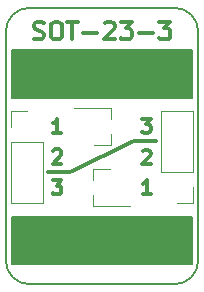
<source format=gbr>
G04 #@! TF.GenerationSoftware,KiCad,Pcbnew,5.1.4-e60b266~84~ubuntu19.04.1*
G04 #@! TF.CreationDate,2019-08-10T10:36:48+03:00*
G04 #@! TF.ProjectId,BRK-SOT-23-3,42524b2d-534f-4542-9d32-332d332e6b69,v1.1*
G04 #@! TF.SameCoordinates,Original*
G04 #@! TF.FileFunction,Legend,Top*
G04 #@! TF.FilePolarity,Positive*
%FSLAX46Y46*%
G04 Gerber Fmt 4.6, Leading zero omitted, Abs format (unit mm)*
G04 Created by KiCad (PCBNEW 5.1.4-e60b266~84~ubuntu19.04.1) date 2019-08-10 10:36:48*
%MOMM*%
%LPD*%
G04 APERTURE LIST*
%ADD10C,0.150000*%
%ADD11C,0.300000*%
%ADD12C,0.120000*%
G04 APERTURE END LIST*
D10*
X67300000Y-71400000D02*
G75*
G02X65300000Y-73400000I-2000000J0D01*
G01*
X53000000Y-73400000D02*
G75*
G02X51000000Y-71400000I0J2000000D01*
G01*
X65300000Y-50000000D02*
G75*
G02X67300000Y-52000000I0J-2000000D01*
G01*
X51000000Y-52000000D02*
G75*
G02X53000000Y-50000000I2000000J0D01*
G01*
D11*
X61850000Y-61300000D02*
X63700000Y-61300000D01*
X56450000Y-63900000D02*
X54600000Y-63900000D01*
X63276428Y-65742857D02*
X62590714Y-65742857D01*
X62933571Y-65742857D02*
X62933571Y-64542857D01*
X62819285Y-64714285D01*
X62705000Y-64828571D01*
X62590714Y-64885714D01*
X62590714Y-62157142D02*
X62647857Y-62100000D01*
X62762142Y-62042857D01*
X63047857Y-62042857D01*
X63162142Y-62100000D01*
X63219285Y-62157142D01*
X63276428Y-62271428D01*
X63276428Y-62385714D01*
X63219285Y-62557142D01*
X62533571Y-63242857D01*
X63276428Y-63242857D01*
X62533571Y-59392857D02*
X63276428Y-59392857D01*
X62876428Y-59850000D01*
X63047857Y-59850000D01*
X63162142Y-59907142D01*
X63219285Y-59964285D01*
X63276428Y-60078571D01*
X63276428Y-60364285D01*
X63219285Y-60478571D01*
X63162142Y-60535714D01*
X63047857Y-60592857D01*
X62705000Y-60592857D01*
X62590714Y-60535714D01*
X62533571Y-60478571D01*
X54966428Y-64592857D02*
X55709285Y-64592857D01*
X55309285Y-65050000D01*
X55480714Y-65050000D01*
X55595000Y-65107142D01*
X55652142Y-65164285D01*
X55709285Y-65278571D01*
X55709285Y-65564285D01*
X55652142Y-65678571D01*
X55595000Y-65735714D01*
X55480714Y-65792857D01*
X55137857Y-65792857D01*
X55023571Y-65735714D01*
X54966428Y-65678571D01*
X55023571Y-62107142D02*
X55080714Y-62050000D01*
X55195000Y-61992857D01*
X55480714Y-61992857D01*
X55595000Y-62050000D01*
X55652142Y-62107142D01*
X55709285Y-62221428D01*
X55709285Y-62335714D01*
X55652142Y-62507142D01*
X54966428Y-63192857D01*
X55709285Y-63192857D01*
X55709285Y-60642857D02*
X55023571Y-60642857D01*
X55366428Y-60642857D02*
X55366428Y-59442857D01*
X55252142Y-59614285D01*
X55137857Y-59728571D01*
X55023571Y-59785714D01*
X56450000Y-63900000D02*
X61850000Y-61300000D01*
D10*
X65300000Y-73400000D02*
X53000000Y-73400000D01*
G36*
X66800000Y-71700000D02*
G01*
X51500000Y-71700000D01*
X51500000Y-67700000D01*
X66800000Y-67700000D01*
X66800000Y-71700000D01*
G37*
X66800000Y-71700000D02*
X51500000Y-71700000D01*
X51500000Y-67700000D01*
X66800000Y-67700000D01*
X66800000Y-71700000D01*
G36*
X66800000Y-57600000D02*
G01*
X51500000Y-57600000D01*
X51500000Y-53600000D01*
X66800000Y-53600000D01*
X66800000Y-57600000D01*
G37*
X66800000Y-57600000D02*
X51500000Y-57600000D01*
X51500000Y-53600000D01*
X66800000Y-53600000D01*
X66800000Y-57600000D01*
X67300000Y-52000000D02*
X67300000Y-71400000D01*
D11*
X53364285Y-52607142D02*
X53578571Y-52678571D01*
X53935714Y-52678571D01*
X54078571Y-52607142D01*
X54150000Y-52535714D01*
X54221428Y-52392857D01*
X54221428Y-52250000D01*
X54150000Y-52107142D01*
X54078571Y-52035714D01*
X53935714Y-51964285D01*
X53650000Y-51892857D01*
X53507142Y-51821428D01*
X53435714Y-51750000D01*
X53364285Y-51607142D01*
X53364285Y-51464285D01*
X53435714Y-51321428D01*
X53507142Y-51250000D01*
X53650000Y-51178571D01*
X54007142Y-51178571D01*
X54221428Y-51250000D01*
X55150000Y-51178571D02*
X55435714Y-51178571D01*
X55578571Y-51250000D01*
X55721428Y-51392857D01*
X55792857Y-51678571D01*
X55792857Y-52178571D01*
X55721428Y-52464285D01*
X55578571Y-52607142D01*
X55435714Y-52678571D01*
X55150000Y-52678571D01*
X55007142Y-52607142D01*
X54864285Y-52464285D01*
X54792857Y-52178571D01*
X54792857Y-51678571D01*
X54864285Y-51392857D01*
X55007142Y-51250000D01*
X55150000Y-51178571D01*
X56221428Y-51178571D02*
X57078571Y-51178571D01*
X56650000Y-52678571D02*
X56650000Y-51178571D01*
X57578571Y-52107142D02*
X58721428Y-52107142D01*
X59364285Y-51321428D02*
X59435714Y-51250000D01*
X59578571Y-51178571D01*
X59935714Y-51178571D01*
X60078571Y-51250000D01*
X60150000Y-51321428D01*
X60221428Y-51464285D01*
X60221428Y-51607142D01*
X60150000Y-51821428D01*
X59292857Y-52678571D01*
X60221428Y-52678571D01*
X60721428Y-51178571D02*
X61650000Y-51178571D01*
X61150000Y-51750000D01*
X61364285Y-51750000D01*
X61507142Y-51821428D01*
X61578571Y-51892857D01*
X61650000Y-52035714D01*
X61650000Y-52392857D01*
X61578571Y-52535714D01*
X61507142Y-52607142D01*
X61364285Y-52678571D01*
X60935714Y-52678571D01*
X60792857Y-52607142D01*
X60721428Y-52535714D01*
X62292857Y-52107142D02*
X63435714Y-52107142D01*
X64007142Y-51178571D02*
X64935714Y-51178571D01*
X64435714Y-51750000D01*
X64650000Y-51750000D01*
X64792857Y-51821428D01*
X64864285Y-51892857D01*
X64935714Y-52035714D01*
X64935714Y-52392857D01*
X64864285Y-52535714D01*
X64792857Y-52607142D01*
X64650000Y-52678571D01*
X64221428Y-52678571D01*
X64078571Y-52607142D01*
X64007142Y-52535714D01*
D10*
X53000000Y-50000000D02*
X65300000Y-50000000D01*
X51000000Y-71400000D02*
X51000000Y-52000000D01*
D12*
X66830000Y-66510000D02*
X65500000Y-66510000D01*
X66830000Y-65180000D02*
X66830000Y-66510000D01*
X66830000Y-63910000D02*
X64170000Y-63910000D01*
X64170000Y-63910000D02*
X64170000Y-58770000D01*
X66830000Y-63910000D02*
X66830000Y-58770000D01*
X66830000Y-58770000D02*
X64170000Y-58770000D01*
X51470000Y-58770000D02*
X52800000Y-58770000D01*
X51470000Y-60100000D02*
X51470000Y-58770000D01*
X51470000Y-61370000D02*
X54130000Y-61370000D01*
X54130000Y-61370000D02*
X54130000Y-66510000D01*
X51470000Y-61370000D02*
X51470000Y-66510000D01*
X51470000Y-66510000D02*
X54130000Y-66510000D01*
X58390000Y-63650000D02*
X59850000Y-63650000D01*
X58390000Y-66810000D02*
X61550000Y-66810000D01*
X58390000Y-66810000D02*
X58390000Y-65880000D01*
X58390000Y-63650000D02*
X58390000Y-64580000D01*
X59910000Y-61630000D02*
X58450000Y-61630000D01*
X59910000Y-58470000D02*
X56750000Y-58470000D01*
X59910000Y-58470000D02*
X59910000Y-59400000D01*
X59910000Y-61630000D02*
X59910000Y-60700000D01*
M02*

</source>
